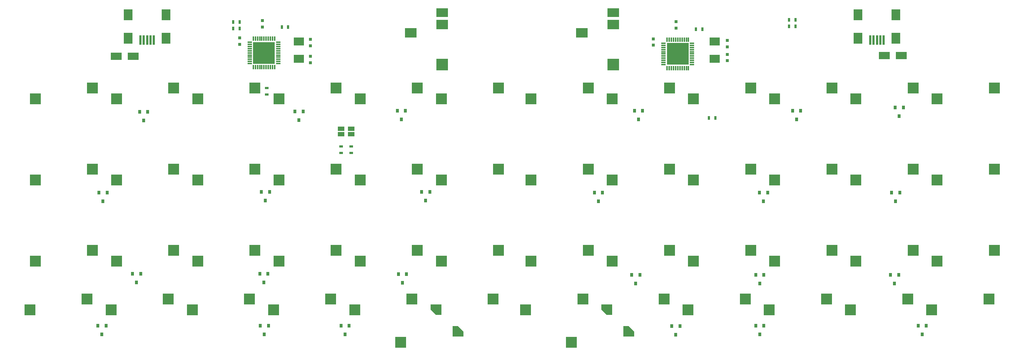
<source format=gbp>
G04 #@! TF.GenerationSoftware,KiCad,Pcbnew,5.0-dev-unknown-9241a39~61~ubuntu17.10.1*
G04 #@! TF.CreationDate,2018-07-19T12:56:27+02:00*
G04 #@! TF.ProjectId,vitamins_included,766974616D696E735F696E636C756465,rev?*
G04 #@! TF.SameCoordinates,Original*
G04 #@! TF.FileFunction,Paste,Bot*
G04 #@! TF.FilePolarity,Positive*
%FSLAX46Y46*%
G04 Gerber Fmt 4.6, Leading zero omitted, Abs format (unit mm)*
G04 Created by KiCad (PCBNEW 5.0-dev-unknown-9241a39~61~ubuntu17.10.1) date Thu Jul 19 12:56:27 2018*
%MOMM*%
%LPD*%
G01*
G04 APERTURE LIST*
%ADD10R,2.550000X2.500000*%
%ADD11C,1.000000*%
%ADD12C,0.100000*%
%ADD13R,0.750000X0.800000*%
%ADD14R,0.500000X2.300000*%
%ADD15R,2.000000X2.500000*%
%ADD16R,0.800000X0.900000*%
%ADD17R,0.500000X0.900000*%
%ADD18R,2.400000X1.900000*%
%ADD19R,2.800000X2.800000*%
%ADD20R,2.800000X2.200000*%
%ADD21R,2.800000X2.000000*%
%ADD22R,5.080000X5.080000*%
%ADD23R,0.998220X0.299720*%
%ADD24R,0.299720X0.998220*%
%ADD25R,0.900000X0.500000*%
%ADD26R,1.500000X1.000000*%
%ADD27R,2.500000X1.800000*%
G04 APERTURE END LIST*
D10*
X54960000Y-19390000D03*
X41510000Y-21930000D03*
X35910000Y-57490000D03*
X22460000Y-60030000D03*
X35910000Y-19390000D03*
X22460000Y-21930000D03*
X112110000Y-57490000D03*
X98660000Y-60030000D03*
X54960000Y-38440000D03*
X41510000Y-40980000D03*
X16860000Y-38440000D03*
X3410000Y-40980000D03*
X93060000Y-38440000D03*
X79610000Y-40980000D03*
X74010000Y-38440000D03*
X60560000Y-40980000D03*
X35910000Y-38440000D03*
X22460000Y-40980000D03*
X93060000Y-57490000D03*
X79610000Y-60030000D03*
X74010000Y-57490000D03*
X60560000Y-60030000D03*
X59290000Y-71460000D03*
X72740000Y-68920000D03*
X16860000Y-19390000D03*
X3410000Y-21930000D03*
X118390000Y-71460000D03*
X131840000Y-68920000D03*
X190260000Y-57490000D03*
X176810000Y-60030000D03*
X228360000Y-38440000D03*
X214910000Y-40980000D03*
X209310000Y-57490000D03*
X195860000Y-60030000D03*
D11*
X142635000Y-76540000D03*
D12*
G36*
X143910000Y-76540000D02*
X143910000Y-77790000D01*
X141360000Y-77790000D01*
X141360000Y-75290000D01*
X142635000Y-75290000D01*
X143910000Y-76540000D01*
X143910000Y-76540000D01*
G37*
D10*
X129185000Y-79080000D03*
D11*
X137440000Y-71460000D03*
D12*
G36*
X136165000Y-71460000D02*
X136165000Y-70210000D01*
X138715000Y-70210000D01*
X138715000Y-72710000D01*
X137440000Y-72710000D01*
X136165000Y-71460000D01*
X136165000Y-71460000D01*
G37*
D10*
X150890000Y-68920000D03*
X228360000Y-57490000D03*
X214910000Y-60030000D03*
X156490000Y-71460000D03*
X169940000Y-68920000D03*
X209310000Y-38440000D03*
X195860000Y-40980000D03*
X190260000Y-19390000D03*
X176810000Y-21930000D03*
X190260000Y-38440000D03*
X176810000Y-40980000D03*
X213640000Y-71460000D03*
X227090000Y-68920000D03*
X194590000Y-71460000D03*
X208040000Y-68920000D03*
X171210000Y-38440000D03*
X157760000Y-40980000D03*
X171210000Y-57490000D03*
X157760000Y-60030000D03*
X152160000Y-38440000D03*
X138710000Y-40980000D03*
X152160000Y-19390000D03*
X138710000Y-21930000D03*
X209310000Y-19390000D03*
X195860000Y-21930000D03*
X175540000Y-71460000D03*
X188990000Y-68920000D03*
X228360000Y-19390000D03*
X214910000Y-21930000D03*
X152160000Y-57490000D03*
X138710000Y-60030000D03*
X171210000Y-19390000D03*
X157760000Y-21930000D03*
X133110000Y-38440000D03*
X119660000Y-40980000D03*
X133110000Y-19390000D03*
X119660000Y-21930000D03*
X133110000Y-57490000D03*
X119660000Y-60030000D03*
X2140000Y-71460000D03*
X15590000Y-68920000D03*
X112110000Y-38440000D03*
X98660000Y-40980000D03*
X40240000Y-71460000D03*
X53690000Y-68920000D03*
X78340000Y-71460000D03*
X91790000Y-68920000D03*
D11*
X102585000Y-76540000D03*
D12*
G36*
X103860000Y-76540000D02*
X103860000Y-77790000D01*
X101310000Y-77790000D01*
X101310000Y-75290000D01*
X102585000Y-75290000D01*
X103860000Y-76540000D01*
X103860000Y-76540000D01*
G37*
D10*
X89135000Y-79080000D03*
D11*
X97390000Y-71460000D03*
D12*
G36*
X96115000Y-71460000D02*
X96115000Y-70210000D01*
X98665000Y-70210000D01*
X98665000Y-72710000D01*
X97390000Y-72710000D01*
X96115000Y-71460000D01*
X96115000Y-71460000D01*
G37*
D10*
X110840000Y-68920000D03*
X112110000Y-19390000D03*
X98660000Y-21930000D03*
X54960000Y-57490000D03*
X41510000Y-60030000D03*
X74010000Y-19390000D03*
X60560000Y-21930000D03*
X93060000Y-19390000D03*
X79610000Y-21930000D03*
X16860000Y-57490000D03*
X3410000Y-60030000D03*
X21190000Y-71460000D03*
X34640000Y-68920000D03*
D13*
X51334000Y-9139000D03*
X51334000Y-7639000D03*
D14*
X202450000Y-8150000D03*
X201650000Y-8150000D03*
X200850000Y-8150000D03*
X200050000Y-8150000D03*
X199250000Y-8150000D03*
D15*
X196400000Y-2250000D03*
X205300000Y-2250000D03*
X205300000Y-7750000D03*
X196400000Y-7750000D03*
D16*
X204981000Y-65269000D03*
X205931000Y-63269000D03*
X204031000Y-63269000D03*
X135512000Y-45965000D03*
X136462000Y-43965000D03*
X134562000Y-43965000D03*
D17*
X180228000Y-3436000D03*
X181728000Y-3436000D03*
X181728000Y-4960000D03*
X180228000Y-4960000D03*
D18*
X162750000Y-8450000D03*
X162750000Y-12550000D03*
D19*
X139007500Y-13928000D03*
D20*
X139007500Y-4528000D03*
X131607500Y-6428000D03*
D21*
X139007500Y-1728000D03*
D13*
X165750000Y-13000000D03*
X165750000Y-11500000D03*
D16*
X173358000Y-77207000D03*
X174308000Y-75207000D03*
X172408000Y-75207000D03*
X181044000Y-24788000D03*
X182944000Y-24788000D03*
X181994000Y-26788000D03*
D13*
X148409000Y-7877000D03*
X148409000Y-9377000D03*
D16*
X172408000Y-63269000D03*
X174308000Y-63269000D03*
X173358000Y-65269000D03*
X152723000Y-75334000D03*
X154623000Y-75334000D03*
X153673000Y-77334000D03*
D22*
X154142518Y-11411000D03*
D23*
X150794798Y-8911640D03*
X150794798Y-9412020D03*
X150794798Y-9912400D03*
X150794798Y-10412780D03*
X150794798Y-10913160D03*
X150794798Y-11411000D03*
X150794798Y-11908840D03*
X150794798Y-12409220D03*
X150794798Y-12909600D03*
X150794798Y-13409980D03*
X150794798Y-13910360D03*
D24*
X151643158Y-14758720D03*
X152143538Y-14758720D03*
X152643918Y-14758720D03*
X153144298Y-14758720D03*
X153644678Y-14758720D03*
X154142518Y-14758720D03*
X154640358Y-14758720D03*
X155140738Y-14758720D03*
X155641118Y-14758720D03*
X156141498Y-14758720D03*
X156641878Y-14758720D03*
D23*
X157490238Y-13910360D03*
X157490238Y-13409980D03*
X157490238Y-12909600D03*
X157490238Y-12409220D03*
X157490238Y-11908840D03*
X157490238Y-11411000D03*
X157490238Y-10913160D03*
X157490238Y-10412780D03*
X157490238Y-9912400D03*
X157490238Y-9412020D03*
X157490238Y-8911640D03*
D24*
X156641878Y-8063280D03*
X156141498Y-8063280D03*
X155641118Y-8063280D03*
X155140738Y-8063280D03*
X154640358Y-8063280D03*
X154142518Y-8063280D03*
X153644678Y-8063280D03*
X153144298Y-8063280D03*
X152643918Y-8063280D03*
X152143538Y-8063280D03*
X151643158Y-8063280D03*
D17*
X162932000Y-26423000D03*
X161432000Y-26423000D03*
D16*
X144275000Y-65269000D03*
X145225000Y-63269000D03*
X143325000Y-63269000D03*
X211458000Y-77207000D03*
X212408000Y-75207000D03*
X210508000Y-75207000D03*
D17*
X158384000Y-5595000D03*
X159884000Y-5595000D03*
D16*
X173297000Y-43965000D03*
X175197000Y-43965000D03*
X174247000Y-45965000D03*
X206085000Y-25988000D03*
X207035000Y-23988000D03*
X205135000Y-23988000D03*
D13*
X153743000Y-5338400D03*
X153743000Y-3838400D03*
D16*
X144910000Y-26788000D03*
X145860000Y-24788000D03*
X143960000Y-24788000D03*
D13*
X165750000Y-8250000D03*
X165750000Y-9750000D03*
D16*
X205235000Y-45965000D03*
X206185000Y-43965000D03*
X204285000Y-43965000D03*
X65281000Y-26915000D03*
X66231000Y-24915000D03*
X64331000Y-24915000D03*
X57026000Y-65015000D03*
X57976000Y-63015000D03*
X56076000Y-63015000D03*
X94049000Y-43838000D03*
X95949000Y-43838000D03*
X94999000Y-45838000D03*
D25*
X75146500Y-34666000D03*
X75146500Y-33166000D03*
D26*
X75146500Y-30233000D03*
X75146500Y-28963000D03*
D16*
X76076000Y-77207000D03*
X77026000Y-75207000D03*
X75126000Y-75207000D03*
D17*
X49862500Y-3880500D03*
X51362500Y-3880500D03*
D16*
X88334000Y-24788000D03*
X90234000Y-24788000D03*
X89284000Y-26788000D03*
X27181000Y-65015000D03*
X28131000Y-63015000D03*
X26231000Y-63015000D03*
D24*
X54568158Y-7825280D03*
X55068538Y-7825280D03*
X55568918Y-7825280D03*
X56069298Y-7825280D03*
X56569678Y-7825280D03*
X57067518Y-7825280D03*
X57565358Y-7825280D03*
X58065738Y-7825280D03*
X58566118Y-7825280D03*
X59066498Y-7825280D03*
X59566878Y-7825280D03*
D23*
X60415238Y-8673640D03*
X60415238Y-9174020D03*
X60415238Y-9674400D03*
X60415238Y-10174780D03*
X60415238Y-10675160D03*
X60415238Y-11173000D03*
X60415238Y-11670840D03*
X60415238Y-12171220D03*
X60415238Y-12671600D03*
X60415238Y-13171980D03*
X60415238Y-13672360D03*
D24*
X59566878Y-14520720D03*
X59066498Y-14520720D03*
X58566118Y-14520720D03*
X58065738Y-14520720D03*
X57565358Y-14520720D03*
X57067518Y-14520720D03*
X56569678Y-14520720D03*
X56069298Y-14520720D03*
X55568918Y-14520720D03*
X55068538Y-14520720D03*
X54568158Y-14520720D03*
D23*
X53719798Y-13672360D03*
X53719798Y-13171980D03*
X53719798Y-12671600D03*
X53719798Y-12171220D03*
X53719798Y-11670840D03*
X53719798Y-11173000D03*
X53719798Y-10675160D03*
X53719798Y-10174780D03*
X53719798Y-9674400D03*
X53719798Y-9174020D03*
X53719798Y-8673640D03*
D22*
X57067518Y-11173000D03*
D16*
X18103000Y-75207000D03*
X20003000Y-75207000D03*
X19053000Y-77207000D03*
D17*
X51362500Y-5404500D03*
X49862500Y-5404500D03*
D16*
X19307000Y-45965000D03*
X20257000Y-43965000D03*
X18357000Y-43965000D03*
D25*
X77559500Y-33166000D03*
X77559500Y-34666000D03*
D16*
X89538000Y-65142000D03*
X90488000Y-63142000D03*
X88588000Y-63142000D03*
X57153000Y-77207000D03*
X58103000Y-75207000D03*
X56203000Y-75207000D03*
D15*
X25200000Y-7750000D03*
X34100000Y-7750000D03*
X34100000Y-2250000D03*
X25200000Y-2250000D03*
D14*
X28050000Y-8150000D03*
X28850000Y-8150000D03*
X29650000Y-8150000D03*
X30450000Y-8150000D03*
X31250000Y-8150000D03*
D16*
X57407000Y-45838000D03*
X58357000Y-43838000D03*
X56457000Y-43838000D03*
X27882000Y-25042000D03*
X29782000Y-25042000D03*
X28832000Y-27042000D03*
D13*
X56668000Y-3600400D03*
X56668000Y-5100400D03*
X68000000Y-12000000D03*
X68000000Y-13500000D03*
D26*
X77559500Y-28963000D03*
X77559500Y-30233000D03*
D25*
X57684000Y-20950000D03*
X57684000Y-19450000D03*
D17*
X61229000Y-5087000D03*
X62729000Y-5087000D03*
D18*
X65250000Y-12550000D03*
X65250000Y-8450000D03*
D21*
X98892500Y-1728000D03*
D20*
X91492500Y-6428000D03*
X98892500Y-4528000D03*
D19*
X98892500Y-13928000D03*
D13*
X68000000Y-9520000D03*
X68000000Y-8020000D03*
D27*
X26400000Y-12000000D03*
X22400000Y-12000000D03*
X206600000Y-11800000D03*
X202600000Y-11800000D03*
M02*

</source>
